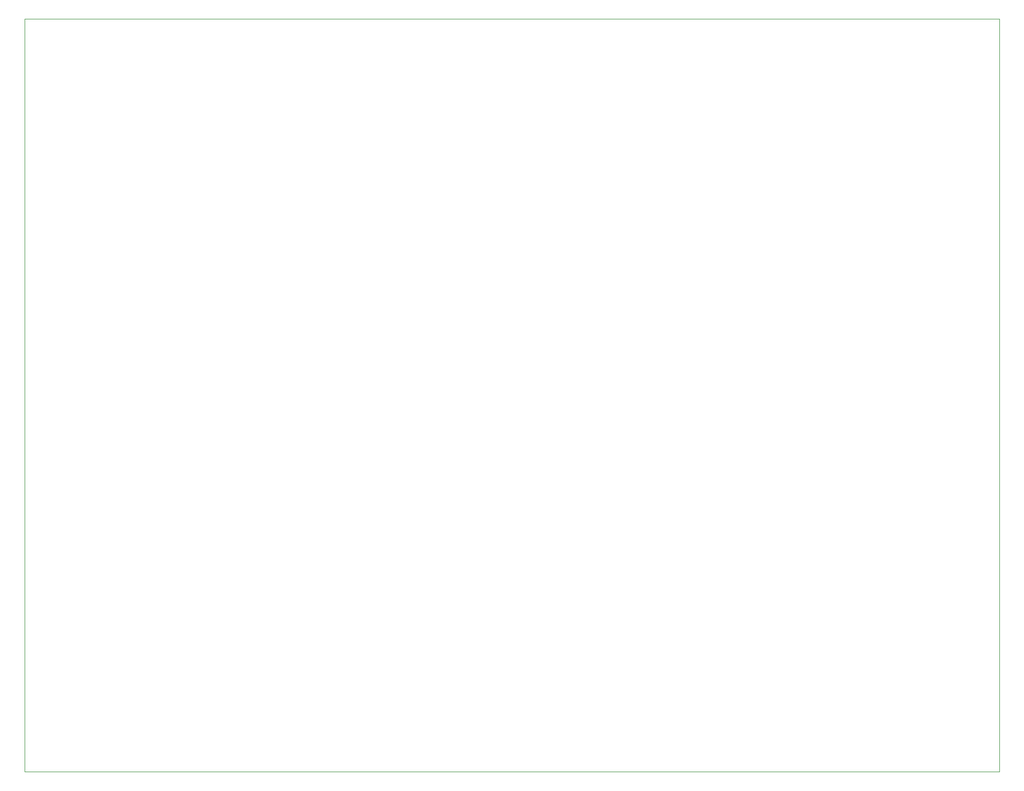
<source format=gbr>
%TF.GenerationSoftware,KiCad,Pcbnew,7.0.8*%
%TF.CreationDate,2023-11-20T11:06:52+02:00*%
%TF.ProjectId,LED Matrix Display,4c454420-4d61-4747-9269-782044697370,rev?*%
%TF.SameCoordinates,Original*%
%TF.FileFunction,Profile,NP*%
%FSLAX46Y46*%
G04 Gerber Fmt 4.6, Leading zero omitted, Abs format (unit mm)*
G04 Created by KiCad (PCBNEW 7.0.8) date 2023-11-20 11:06:52*
%MOMM*%
%LPD*%
G01*
G04 APERTURE LIST*
%TA.AperFunction,Profile*%
%ADD10C,0.100000*%
%TD*%
G04 APERTURE END LIST*
D10*
X15250000Y-23750000D02*
X172750000Y-23750000D01*
X172750000Y-145500000D01*
X15250000Y-145500000D01*
X15250000Y-23750000D01*
M02*

</source>
